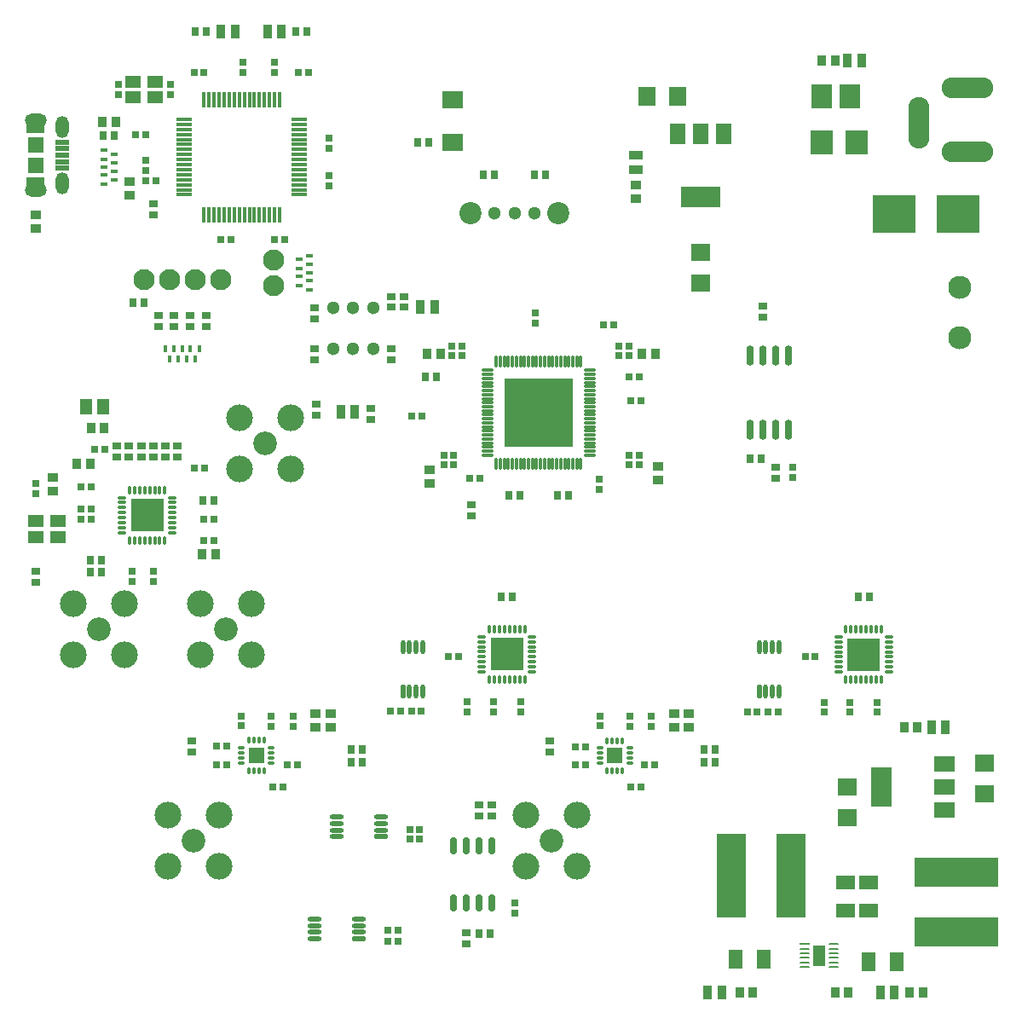
<source format=gts>
G04*
G04 #@! TF.GenerationSoftware,Altium Limited,Altium Designer,21.8.1 (53)*
G04*
G04 Layer_Color=8388736*
%FSLAX44Y44*%
%MOMM*%
G71*
G04*
G04 #@! TF.SameCoordinates,1F2B7916-87B7-47AC-9C12-1C8A47DBEFE2*
G04*
G04*
G04 #@! TF.FilePolarity,Negative*
G04*
G01*
G75*
%ADD18R,3.2000X3.2000*%
%ADD19O,1.0000X0.3500*%
%ADD20O,0.3500X1.0000*%
%ADD21R,3.2000X3.2000*%
%ADD22R,1.6000X1.6000*%
%ADD23O,0.8000X0.3000*%
%ADD24O,0.3000X0.8000*%
%ADD25R,0.7500X0.8500*%
%ADD26R,0.8500X0.7500*%
%ADD27R,1.9000X1.8000*%
%ADD28R,1.4000X0.9000*%
%ADD29R,1.0500X0.9000*%
%ADD30R,2.1000X1.7000*%
%ADD31R,0.7000X0.7000*%
%ADD32R,0.9500X1.1000*%
%ADD33R,0.9000X1.4000*%
%ADD34R,0.7000X0.7000*%
%ADD35O,1.2500X0.3000*%
%ADD36O,0.3000X1.2500*%
%ADD37R,6.8400X6.8400*%
%ADD38R,1.1000X0.9500*%
%ADD39R,1.2900X1.5700*%
%ADD40O,0.7500X1.7500*%
%ADD41R,0.9000X1.0500*%
%ADD42R,2.9000X8.3000*%
%ADD43R,8.3000X2.9000*%
%ADD44R,2.2600X2.3600*%
%ADD45R,2.0500X2.3500*%
%ADD46R,1.8000X1.9000*%
%ADD47R,3.9000X2.1000*%
%ADD48R,1.6000X2.1000*%
G04:AMPARAMS|DCode=49|XSize=0.5mm|YSize=1.4mm|CornerRadius=0.15mm|HoleSize=0mm|Usage=FLASHONLY|Rotation=270.000|XOffset=0mm|YOffset=0mm|HoleType=Round|Shape=RoundedRectangle|*
%AMROUNDEDRECTD49*
21,1,0.5000,1.1000,0,0,270.0*
21,1,0.2000,1.4000,0,0,270.0*
1,1,0.3000,-0.5500,-0.1000*
1,1,0.3000,-0.5500,0.1000*
1,1,0.3000,0.5500,0.1000*
1,1,0.3000,0.5500,-0.1000*
%
%ADD49ROUNDEDRECTD49*%
%ADD50O,1.4000X0.5000*%
%ADD51R,1.4000X1.9000*%
%ADD52R,1.9000X1.4000*%
G04:AMPARAMS|DCode=53|XSize=1.0096mm|YSize=0.1925mm|CornerRadius=0.0962mm|HoleSize=0mm|Usage=FLASHONLY|Rotation=0.000|XOffset=0mm|YOffset=0mm|HoleType=Round|Shape=RoundedRectangle|*
%AMROUNDEDRECTD53*
21,1,1.0096,0.0000,0,0,0.0*
21,1,0.8172,0.1925,0,0,0.0*
1,1,0.1925,0.4086,0.0000*
1,1,0.1925,-0.4086,0.0000*
1,1,0.1925,-0.4086,0.0000*
1,1,0.1925,0.4086,0.0000*
%
%ADD53ROUNDEDRECTD53*%
%ADD54R,1.0096X0.1925*%
%ADD55R,1.3100X2.1200*%
%ADD56R,2.1000X1.6000*%
%ADD57R,2.1000X3.9000*%
%ADD58O,0.5000X1.4000*%
G04:AMPARAMS|DCode=59|XSize=0.5mm|YSize=1.4mm|CornerRadius=0.15mm|HoleSize=0mm|Usage=FLASHONLY|Rotation=180.000|XOffset=0mm|YOffset=0mm|HoleType=Round|Shape=RoundedRectangle|*
%AMROUNDEDRECTD59*
21,1,0.5000,1.1000,0,0,180.0*
21,1,0.2000,1.4000,0,0,180.0*
1,1,0.3000,-0.1000,0.5500*
1,1,0.3000,0.1000,0.5500*
1,1,0.3000,0.1000,-0.5500*
1,1,0.3000,-0.1000,-0.5500*
%
%ADD59ROUNDEDRECTD59*%
%ADD60R,1.5000X1.2500*%
%ADD61R,1.4500X0.5000*%
%ADD62R,1.6500X1.6000*%
%ADD63R,0.8000X0.3000*%
%ADD64R,0.3000X0.8000*%
%ADD65O,0.4000X1.5500*%
%ADD66O,1.5500X0.4000*%
%ADD67R,1.5500X0.4000*%
%ADD68O,0.7500X2.0000*%
%ADD69R,4.2418X3.8100*%
%ADD70O,2.2000X1.3000*%
%ADD71O,1.3000X2.2000*%
%ADD72C,2.6500*%
%ADD73C,2.3500*%
%ADD74C,1.3000*%
%ADD75C,2.2000*%
%ADD76C,2.1000*%
%ADD77O,5.1000X2.1000*%
%ADD78O,2.1000X5.1000*%
%ADD79C,2.3000*%
%ADD80C,0.7000*%
G36*
X30245Y817909D02*
X30225Y817648D01*
X30191Y817388D01*
X30143Y817131D01*
X30082Y816876D01*
X30008Y816625D01*
X29920Y816379D01*
X29820Y816137D01*
X29707Y815900D01*
X29583Y815670D01*
X29446Y815447D01*
X29297Y815231D01*
X29138Y815024D01*
X28968Y814825D01*
X28788Y814635D01*
X28598Y814455D01*
X28399Y814285D01*
X28191Y814125D01*
X27975Y813977D01*
X27752Y813840D01*
X27522Y813715D01*
X27286Y813603D01*
X27044Y813503D01*
X26797Y813415D01*
X26546Y813341D01*
X26292Y813280D01*
X26035Y813232D01*
X25775Y813198D01*
X25514Y813177D01*
X25252Y813170D01*
X17752D01*
X17491Y813177D01*
X17230Y813198D01*
X16970Y813232D01*
X16713Y813280D01*
X16458Y813341D01*
X16207Y813415D01*
X15961Y813503D01*
X15719Y813603D01*
X15482Y813715D01*
X15252Y813840D01*
X15029Y813977D01*
X14813Y814125D01*
X14606Y814285D01*
X14407Y814455D01*
X14217Y814635D01*
X14037Y814825D01*
X13867Y815024D01*
X13707Y815231D01*
X13559Y815447D01*
X13422Y815670D01*
X13297Y815900D01*
X13185Y816137D01*
X13084Y816379D01*
X12997Y816625D01*
X12923Y816876D01*
X12862Y817131D01*
X12814Y817388D01*
X12780Y817648D01*
X12759Y817909D01*
X12752Y818170D01*
Y832170D01*
X30252D01*
Y818170D01*
X30245Y817909D01*
D02*
G37*
G36*
X12752Y876170D02*
Y890170D01*
X12759Y890432D01*
X12780Y890693D01*
X12814Y890953D01*
X12862Y891210D01*
X12923Y891464D01*
X12997Y891715D01*
X13084Y891962D01*
X13185Y892204D01*
X13297Y892440D01*
X13422Y892670D01*
X13559Y892894D01*
X13707Y893109D01*
X13867Y893317D01*
X14037Y893516D01*
X14217Y893706D01*
X14407Y893886D01*
X14606Y894056D01*
X14813Y894215D01*
X15029Y894364D01*
X15252Y894501D01*
X15482Y894625D01*
X15719Y894738D01*
X15961Y894838D01*
X16207Y894926D01*
X16458Y895000D01*
X16713Y895061D01*
X16970Y895109D01*
X17230Y895143D01*
X17491Y895163D01*
X17752Y895170D01*
X25252D01*
X25514Y895163D01*
X25775Y895143D01*
X26035Y895109D01*
X26292Y895061D01*
X26546Y895000D01*
X26797Y894926D01*
X27044Y894838D01*
X27286Y894738D01*
X27522Y894625D01*
X27752Y894501D01*
X27975Y894364D01*
X28191Y894215D01*
X28399Y894056D01*
X28598Y893886D01*
X28788Y893706D01*
X28968Y893516D01*
X29138Y893317D01*
X29297Y893109D01*
X29446Y892894D01*
X29583Y892670D01*
X29707Y892440D01*
X29820Y892204D01*
X29920Y891962D01*
X30008Y891715D01*
X30082Y891464D01*
X30143Y891210D01*
X30191Y890953D01*
X30225Y890693D01*
X30245Y890432D01*
X30252Y890170D01*
Y876170D01*
X12752D01*
D02*
G37*
D18*
X844111Y358527D02*
D03*
X489993Y358646D02*
D03*
D19*
X157462Y514328D02*
D03*
Y509328D02*
D03*
Y504328D02*
D03*
Y499328D02*
D03*
Y494328D02*
D03*
Y489328D02*
D03*
Y484328D02*
D03*
Y479328D02*
D03*
X107562Y514328D02*
D03*
Y509328D02*
D03*
Y504328D02*
D03*
Y499328D02*
D03*
Y494328D02*
D03*
Y489328D02*
D03*
Y484328D02*
D03*
Y479328D02*
D03*
X465043Y376146D02*
D03*
Y371146D02*
D03*
Y366146D02*
D03*
Y361146D02*
D03*
Y356146D02*
D03*
Y351146D02*
D03*
Y346146D02*
D03*
Y341146D02*
D03*
X514943D02*
D03*
Y346146D02*
D03*
Y351146D02*
D03*
Y356146D02*
D03*
Y361146D02*
D03*
Y366146D02*
D03*
Y371146D02*
D03*
Y376146D02*
D03*
X819161Y376027D02*
D03*
Y371027D02*
D03*
Y366027D02*
D03*
Y361027D02*
D03*
Y356027D02*
D03*
Y351027D02*
D03*
Y346027D02*
D03*
Y341027D02*
D03*
X869061D02*
D03*
Y346027D02*
D03*
Y351027D02*
D03*
Y356027D02*
D03*
Y361027D02*
D03*
Y366027D02*
D03*
Y371027D02*
D03*
Y376027D02*
D03*
D20*
X150012Y521778D02*
D03*
X145012D02*
D03*
X140012D02*
D03*
X135012D02*
D03*
X130012D02*
D03*
X125012D02*
D03*
X120012D02*
D03*
X115012D02*
D03*
Y471878D02*
D03*
X120012D02*
D03*
X125012D02*
D03*
X130012D02*
D03*
X135012D02*
D03*
X140012D02*
D03*
X145012D02*
D03*
X150012D02*
D03*
X472493Y383596D02*
D03*
X477493D02*
D03*
X482493D02*
D03*
X487493D02*
D03*
X492493D02*
D03*
X497493D02*
D03*
X502493D02*
D03*
X507493D02*
D03*
X472493Y333696D02*
D03*
X477493D02*
D03*
X482493D02*
D03*
X487493D02*
D03*
X492493D02*
D03*
X497493D02*
D03*
X502493D02*
D03*
X507493D02*
D03*
X826611Y383477D02*
D03*
X831611D02*
D03*
X836611D02*
D03*
X841611D02*
D03*
X846611D02*
D03*
X851611D02*
D03*
X856611D02*
D03*
X861611D02*
D03*
X826611Y333577D02*
D03*
X831611D02*
D03*
X836611D02*
D03*
X841611D02*
D03*
X846611D02*
D03*
X851611D02*
D03*
X856611D02*
D03*
X861611D02*
D03*
D21*
X132512Y496828D02*
D03*
D22*
X240874Y258067D02*
D03*
X597013Y257948D02*
D03*
D23*
X225874Y250567D02*
D03*
Y255567D02*
D03*
Y260567D02*
D03*
Y265567D02*
D03*
X255874D02*
D03*
Y260567D02*
D03*
Y255567D02*
D03*
Y250567D02*
D03*
X582013Y250448D02*
D03*
Y255448D02*
D03*
Y260448D02*
D03*
Y265448D02*
D03*
X612013D02*
D03*
Y260448D02*
D03*
Y255448D02*
D03*
Y250448D02*
D03*
D24*
X233374Y273067D02*
D03*
X238374D02*
D03*
X243374D02*
D03*
X248374D02*
D03*
Y243067D02*
D03*
X243374D02*
D03*
X238374D02*
D03*
X233374D02*
D03*
X589513Y272948D02*
D03*
X594513D02*
D03*
X599513D02*
D03*
X604513D02*
D03*
Y242948D02*
D03*
X599513D02*
D03*
X594513D02*
D03*
X589513D02*
D03*
D25*
X187931Y511743D02*
D03*
X86741Y452191D02*
D03*
Y440197D02*
D03*
X477289Y834561D02*
D03*
X466289D02*
D03*
X528539D02*
D03*
X517539D02*
D03*
X412500Y867250D02*
D03*
X401500D02*
D03*
X409110Y634250D02*
D03*
X420110D02*
D03*
X335109Y264326D02*
D03*
X346109D02*
D03*
X335109Y251827D02*
D03*
X346109D02*
D03*
X473500Y81250D02*
D03*
X462500D02*
D03*
X685398Y264196D02*
D03*
X696398D02*
D03*
X685398Y251697D02*
D03*
X696398D02*
D03*
X491750Y516149D02*
D03*
X502750D02*
D03*
X75741Y452191D02*
D03*
Y440197D02*
D03*
X198931Y511743D02*
D03*
X539736Y516149D02*
D03*
X550736D02*
D03*
X100142Y874000D02*
D03*
X89143D02*
D03*
X129385Y707533D02*
D03*
X118385D02*
D03*
X280517Y976984D02*
D03*
X291517D02*
D03*
X191278D02*
D03*
X180278D02*
D03*
X838616Y415423D02*
D03*
X849616D02*
D03*
X742586Y552662D02*
D03*
X731586D02*
D03*
X484462Y415423D02*
D03*
X495462D02*
D03*
D26*
X162511Y554609D02*
D03*
X150511D02*
D03*
X138511Y554609D02*
D03*
X126511Y554609D02*
D03*
X114511D02*
D03*
X102511D02*
D03*
X138699Y806255D02*
D03*
Y795255D02*
D03*
X387266Y714153D02*
D03*
Y703153D02*
D03*
X354500Y591900D02*
D03*
Y602900D02*
D03*
X300750Y606896D02*
D03*
Y595896D02*
D03*
X176454Y261317D02*
D03*
Y272317D02*
D03*
X449751Y70762D02*
D03*
Y81762D02*
D03*
X462451Y209262D02*
D03*
Y198262D02*
D03*
X475151Y209262D02*
D03*
Y198262D02*
D03*
X532593Y261198D02*
D03*
Y272198D02*
D03*
X375260Y703153D02*
D03*
Y714153D02*
D03*
X298382Y692102D02*
D03*
Y703102D02*
D03*
X21731Y441397D02*
D03*
Y430397D02*
D03*
X138511Y565609D02*
D03*
X126511Y565609D02*
D03*
X162511D02*
D03*
X150511D02*
D03*
X114511D02*
D03*
X102511D02*
D03*
X454687Y496331D02*
D03*
Y507331D02*
D03*
X143410Y683775D02*
D03*
Y694775D02*
D03*
X159410Y683775D02*
D03*
Y694775D02*
D03*
X175410Y683775D02*
D03*
Y694775D02*
D03*
X191409Y683775D02*
D03*
Y694775D02*
D03*
X756850Y544043D02*
D03*
Y533043D02*
D03*
X298382Y662473D02*
D03*
Y651472D02*
D03*
X375325Y651403D02*
D03*
Y662402D02*
D03*
X744150Y704000D02*
D03*
Y693000D02*
D03*
D27*
X682250Y758090D02*
D03*
Y727590D02*
D03*
X964000Y220500D02*
D03*
Y251000D02*
D03*
X827495Y226790D02*
D03*
Y196290D02*
D03*
D28*
X618226Y854250D02*
D03*
Y840250D02*
D03*
D29*
Y824250D02*
D03*
Y811250D02*
D03*
X670844Y286381D02*
D03*
Y299381D02*
D03*
X655680D02*
D03*
Y286381D02*
D03*
X299541Y299500D02*
D03*
Y286500D02*
D03*
X314481D02*
D03*
Y299500D02*
D03*
D30*
X435500Y867250D02*
D03*
Y909250D02*
D03*
D31*
X179077Y936620D02*
D03*
X189077D02*
D03*
X130933Y829170D02*
D03*
X140933D02*
D03*
X395207Y595150D02*
D03*
X405207D02*
D03*
X613013Y226757D02*
D03*
X623013D02*
D03*
X381862Y84562D02*
D03*
X371862D02*
D03*
X381862Y74062D02*
D03*
X371862D02*
D03*
X394936Y301924D02*
D03*
X404936D02*
D03*
X384403D02*
D03*
X374403D02*
D03*
X393268Y184524D02*
D03*
X403268D02*
D03*
X393283Y175454D02*
D03*
X403283D02*
D03*
X453035Y533618D02*
D03*
X463035D02*
D03*
X66936Y524826D02*
D03*
X76936D02*
D03*
X76982Y492799D02*
D03*
X66982D02*
D03*
X66936Y503327D02*
D03*
X76936D02*
D03*
X80416Y561784D02*
D03*
X90416D02*
D03*
X179217Y543489D02*
D03*
X189217D02*
D03*
X198430Y492799D02*
D03*
X188430D02*
D03*
Y471562D02*
D03*
X198430D02*
D03*
X612953Y610270D02*
D03*
X622953D02*
D03*
X215485Y770878D02*
D03*
X205485D02*
D03*
X259002D02*
D03*
X269002D02*
D03*
X130934Y874921D02*
D03*
X120934D02*
D03*
X282727Y936620D02*
D03*
X292727D02*
D03*
X267000Y226750D02*
D03*
X257000D02*
D03*
X796154Y356027D02*
D03*
X786154D02*
D03*
X749054Y301805D02*
D03*
X759054D02*
D03*
X738521D02*
D03*
X728521D02*
D03*
X557843Y267069D02*
D03*
X567843D02*
D03*
X557843Y248757D02*
D03*
X567843D02*
D03*
X636250Y249000D02*
D03*
X626250D02*
D03*
X442036Y356146D02*
D03*
X432036D02*
D03*
X211704Y267188D02*
D03*
X201704D02*
D03*
X211704Y248876D02*
D03*
X201704D02*
D03*
X271920D02*
D03*
X281920D02*
D03*
X595897Y685896D02*
D03*
X585897D02*
D03*
X621288Y634080D02*
D03*
X611288D02*
D03*
D32*
X101549Y887540D02*
D03*
X88049D02*
D03*
X424110Y656902D02*
D03*
X410610D02*
D03*
X75686Y547695D02*
D03*
X62186D02*
D03*
X90012Y583502D02*
D03*
X76512D02*
D03*
X186681Y457697D02*
D03*
X200181D02*
D03*
X623770Y656880D02*
D03*
X637270D02*
D03*
D33*
X417919Y703239D02*
D03*
X403919D02*
D03*
X324948Y599343D02*
D03*
X338948D02*
D03*
X925599Y285750D02*
D03*
X911599D02*
D03*
X689398Y22740D02*
D03*
X703398D02*
D03*
X860737Y22971D02*
D03*
X874737D02*
D03*
X842150Y947900D02*
D03*
X828150D02*
D03*
X266022Y976984D02*
D03*
X252022D02*
D03*
X205778D02*
D03*
X219778D02*
D03*
D34*
X445496Y654902D02*
D03*
Y664902D02*
D03*
X225874Y297567D02*
D03*
Y287567D02*
D03*
X497493Y111760D02*
D03*
Y101760D02*
D03*
X582013Y287448D02*
D03*
Y297448D02*
D03*
X21638Y518028D02*
D03*
Y528028D02*
D03*
X437036Y546590D02*
D03*
Y556590D02*
D03*
X427155Y556590D02*
D03*
Y546590D02*
D03*
X138351Y430947D02*
D03*
Y440947D02*
D03*
X117610Y430947D02*
D03*
Y440947D02*
D03*
X130933Y849170D02*
D03*
Y839170D02*
D03*
X103673Y924564D02*
D03*
Y914564D02*
D03*
X155557Y924564D02*
D03*
Y914564D02*
D03*
X227587Y936620D02*
D03*
Y946620D02*
D03*
X313502Y823920D02*
D03*
Y833920D02*
D03*
X313502Y860806D02*
D03*
Y870806D02*
D03*
X259007Y946620D02*
D03*
Y936620D02*
D03*
X857366Y311059D02*
D03*
Y301059D02*
D03*
X830766Y311059D02*
D03*
Y301059D02*
D03*
X804789Y311059D02*
D03*
Y301059D02*
D03*
X633430Y297131D02*
D03*
Y287131D02*
D03*
X612013Y297287D02*
D03*
Y287287D02*
D03*
X503248Y311178D02*
D03*
Y301178D02*
D03*
X476648Y311178D02*
D03*
Y301178D02*
D03*
X450671Y311178D02*
D03*
Y301178D02*
D03*
X255874Y287406D02*
D03*
Y297406D02*
D03*
X277291Y297250D02*
D03*
Y287250D02*
D03*
X611470Y664902D02*
D03*
Y654902D02*
D03*
X601420D02*
D03*
Y664902D02*
D03*
X773500Y544293D02*
D03*
Y534293D02*
D03*
X517916Y687700D02*
D03*
Y697700D02*
D03*
X581170Y532473D02*
D03*
Y522473D02*
D03*
X621470Y546590D02*
D03*
Y556590D02*
D03*
X611470Y546590D02*
D03*
Y556590D02*
D03*
X435231Y654902D02*
D03*
Y664902D02*
D03*
D35*
X470245Y640500D02*
D03*
Y636500D02*
D03*
Y632500D02*
D03*
Y628500D02*
D03*
Y624500D02*
D03*
Y620500D02*
D03*
Y616500D02*
D03*
Y612500D02*
D03*
Y608500D02*
D03*
Y604500D02*
D03*
Y600500D02*
D03*
Y596500D02*
D03*
Y592500D02*
D03*
Y588500D02*
D03*
Y584500D02*
D03*
Y580500D02*
D03*
Y576500D02*
D03*
Y572500D02*
D03*
Y568500D02*
D03*
Y564500D02*
D03*
Y560500D02*
D03*
Y556500D02*
D03*
X572245D02*
D03*
Y560500D02*
D03*
Y564500D02*
D03*
Y568500D02*
D03*
Y572500D02*
D03*
Y576500D02*
D03*
Y580500D02*
D03*
Y584500D02*
D03*
Y588500D02*
D03*
Y592500D02*
D03*
Y596500D02*
D03*
Y600500D02*
D03*
Y604500D02*
D03*
Y608500D02*
D03*
Y612500D02*
D03*
Y616500D02*
D03*
Y620500D02*
D03*
Y624500D02*
D03*
Y628500D02*
D03*
Y632500D02*
D03*
Y636500D02*
D03*
Y640500D02*
D03*
D36*
X479245Y547500D02*
D03*
X483245D02*
D03*
X487245D02*
D03*
X491245D02*
D03*
X495245D02*
D03*
X499245D02*
D03*
X503245D02*
D03*
X507245D02*
D03*
X511245D02*
D03*
X515245D02*
D03*
X519245D02*
D03*
X523245D02*
D03*
X527245D02*
D03*
X531245D02*
D03*
X551245D02*
D03*
X555245D02*
D03*
X559245D02*
D03*
X563245D02*
D03*
Y649500D02*
D03*
X559245D02*
D03*
X555245D02*
D03*
X551245D02*
D03*
X547245D02*
D03*
X543245D02*
D03*
X539245D02*
D03*
X535245D02*
D03*
X531245D02*
D03*
X527245D02*
D03*
X523245D02*
D03*
X519245D02*
D03*
X515245D02*
D03*
X511245D02*
D03*
X507245D02*
D03*
X503245D02*
D03*
X499245D02*
D03*
X495245D02*
D03*
X491245D02*
D03*
X487245D02*
D03*
X483245D02*
D03*
X479245D02*
D03*
X547245Y547500D02*
D03*
X543245D02*
D03*
X539245D02*
D03*
X535245D02*
D03*
D37*
X521245Y598500D02*
D03*
D38*
X412901Y541496D02*
D03*
Y527996D02*
D03*
X38426Y534070D02*
D03*
Y520570D02*
D03*
X21527Y781501D02*
D03*
Y795001D02*
D03*
X115227Y827688D02*
D03*
Y814188D02*
D03*
X640070Y531684D02*
D03*
Y545184D02*
D03*
D39*
X88966Y604500D02*
D03*
X71866D02*
D03*
D40*
X437051Y111762D02*
D03*
X449751D02*
D03*
X462451D02*
D03*
X475151D02*
D03*
X437051Y168262D02*
D03*
X449751D02*
D03*
X462451D02*
D03*
X475151D02*
D03*
D41*
X897543Y285746D02*
D03*
X884543D02*
D03*
X733950Y22740D02*
D03*
X720950D02*
D03*
X889875D02*
D03*
X902875D02*
D03*
X815650Y947900D02*
D03*
X802650D02*
D03*
X828875Y22493D02*
D03*
X815875D02*
D03*
D42*
X772000Y138500D02*
D03*
X713000D02*
D03*
D43*
X936061Y142095D02*
D03*
Y83095D02*
D03*
D44*
X837152Y866598D02*
D03*
X802652D02*
D03*
D45*
X802650Y912950D02*
D03*
X830150D02*
D03*
D46*
X659090Y912950D02*
D03*
X628590D02*
D03*
D47*
X682250Y812750D02*
D03*
D48*
Y875750D02*
D03*
X659250D02*
D03*
X705250D02*
D03*
D49*
X364559Y177469D02*
D03*
X343138Y76077D02*
D03*
D50*
X364559Y183969D02*
D03*
Y190469D02*
D03*
Y196969D02*
D03*
X320559Y177469D02*
D03*
Y183969D02*
D03*
Y190469D02*
D03*
Y196969D02*
D03*
X343138Y82577D02*
D03*
Y89077D02*
D03*
Y95577D02*
D03*
X299138Y76077D02*
D03*
Y82577D02*
D03*
Y89077D02*
D03*
Y95577D02*
D03*
D51*
X876817Y53721D02*
D03*
X848818D02*
D03*
X716947Y55709D02*
D03*
X744948D02*
D03*
D52*
X849016Y131907D02*
D03*
Y103907D02*
D03*
X825995Y131907D02*
D03*
Y103907D02*
D03*
D53*
X814176Y70875D02*
D03*
Y66375D02*
D03*
Y61875D02*
D03*
Y57375D02*
D03*
Y52875D02*
D03*
Y48375D02*
D03*
X785151D02*
D03*
Y52875D02*
D03*
Y57375D02*
D03*
Y61875D02*
D03*
Y66375D02*
D03*
D54*
Y70875D02*
D03*
D55*
X799663Y59625D02*
D03*
D56*
X924750Y203790D02*
D03*
Y249790D02*
D03*
Y226790D02*
D03*
D57*
X861750D02*
D03*
D58*
X405921Y365899D02*
D03*
X399421D02*
D03*
X392921D02*
D03*
X386421D02*
D03*
X405921Y321899D02*
D03*
X399421D02*
D03*
X392921D02*
D03*
X760039Y365780D02*
D03*
X753539D02*
D03*
X747039D02*
D03*
X740539D02*
D03*
X760039Y321780D02*
D03*
X753539D02*
D03*
X747039D02*
D03*
D59*
X386421Y321899D02*
D03*
X740539Y321780D02*
D03*
D60*
X21729Y491079D02*
D03*
X43729D02*
D03*
Y475079D02*
D03*
X21729D02*
D03*
X140601Y911473D02*
D03*
X118601D02*
D03*
Y927473D02*
D03*
X140601D02*
D03*
D61*
X48502Y867170D02*
D03*
Y860670D02*
D03*
Y854170D02*
D03*
Y847670D02*
D03*
Y841170D02*
D03*
D62*
X21502Y864170D02*
D03*
Y844170D02*
D03*
D63*
X99727Y855421D02*
D03*
Y846421D02*
D03*
Y838421D02*
D03*
Y829421D02*
D03*
X89727Y825421D02*
D03*
Y834421D02*
D03*
Y850421D02*
D03*
Y859421D02*
D03*
Y842421D02*
D03*
X283425Y724686D02*
D03*
Y733686D02*
D03*
Y741686D02*
D03*
Y750686D02*
D03*
X293425Y754686D02*
D03*
Y745686D02*
D03*
Y729686D02*
D03*
Y720686D02*
D03*
Y737686D02*
D03*
D64*
X180409Y652155D02*
D03*
X171409D02*
D03*
X163409D02*
D03*
X154409D02*
D03*
X150409Y662155D02*
D03*
X159409D02*
D03*
X175409D02*
D03*
X184409D02*
D03*
X167409D02*
D03*
D65*
X189002Y909670D02*
D03*
X194002D02*
D03*
X199002D02*
D03*
X204002D02*
D03*
X209002D02*
D03*
X214002D02*
D03*
X219002D02*
D03*
X224002D02*
D03*
X229002D02*
D03*
X234002D02*
D03*
X239002D02*
D03*
X244002D02*
D03*
X249002D02*
D03*
X254002D02*
D03*
X259002D02*
D03*
X264002D02*
D03*
Y795170D02*
D03*
X259002D02*
D03*
X254002D02*
D03*
X249002D02*
D03*
X244002D02*
D03*
X239002D02*
D03*
X234002D02*
D03*
X229002D02*
D03*
X224002D02*
D03*
X219002D02*
D03*
X214002D02*
D03*
X209002D02*
D03*
X204002D02*
D03*
X199002D02*
D03*
X194002D02*
D03*
X189002D02*
D03*
D66*
X283752Y889920D02*
D03*
Y884920D02*
D03*
Y879920D02*
D03*
Y874920D02*
D03*
Y869920D02*
D03*
Y864920D02*
D03*
Y859920D02*
D03*
Y854920D02*
D03*
Y849920D02*
D03*
Y844920D02*
D03*
Y839920D02*
D03*
Y834920D02*
D03*
Y829920D02*
D03*
Y824920D02*
D03*
Y819920D02*
D03*
Y814920D02*
D03*
X169252D02*
D03*
Y819920D02*
D03*
Y824920D02*
D03*
Y829920D02*
D03*
Y834920D02*
D03*
Y839920D02*
D03*
Y844920D02*
D03*
Y849920D02*
D03*
Y854920D02*
D03*
Y859920D02*
D03*
Y864920D02*
D03*
Y869920D02*
D03*
Y874920D02*
D03*
Y879920D02*
D03*
Y884920D02*
D03*
D67*
Y889920D02*
D03*
D68*
X769550Y655000D02*
D03*
X756850D02*
D03*
X744150D02*
D03*
X731450D02*
D03*
X769550Y582000D02*
D03*
X756850D02*
D03*
X744150D02*
D03*
X731450D02*
D03*
D69*
X937877Y796000D02*
D03*
X874123D02*
D03*
D70*
X21502Y889170D02*
D03*
Y819170D02*
D03*
D71*
X48502Y826070D02*
D03*
Y882270D02*
D03*
D72*
X559910Y147785D02*
D03*
X509110D02*
D03*
Y198585D02*
D03*
X559910D02*
D03*
X203770Y198700D02*
D03*
Y147900D02*
D03*
X152970D02*
D03*
Y198700D02*
D03*
X109515Y408622D02*
D03*
Y357822D02*
D03*
X58715D02*
D03*
Y408622D02*
D03*
X236315D02*
D03*
Y357822D02*
D03*
X185515D02*
D03*
Y408622D02*
D03*
X274821Y593900D02*
D03*
Y543100D02*
D03*
X224021D02*
D03*
Y593900D02*
D03*
D73*
X534510Y173185D02*
D03*
X178370Y173300D02*
D03*
X84115Y383222D02*
D03*
X210915D02*
D03*
X249421Y568500D02*
D03*
D74*
X497539Y796811D02*
D03*
X477539D02*
D03*
X517539D02*
D03*
X317225Y703098D02*
D03*
X337225D02*
D03*
X357225D02*
D03*
Y662468D02*
D03*
X337225D02*
D03*
X317225D02*
D03*
D75*
X541039Y796811D02*
D03*
X454039D02*
D03*
D76*
X154817Y730832D02*
D03*
X129417D02*
D03*
X205617D02*
D03*
X180217D02*
D03*
X257925Y725086D02*
D03*
Y750486D02*
D03*
D77*
X947328Y858039D02*
D03*
Y921039D02*
D03*
D78*
X899329Y886039D02*
D03*
D79*
X939750Y673250D02*
D03*
Y723250D02*
D03*
D80*
X143512Y485828D02*
D03*
X132512D02*
D03*
X121512D02*
D03*
X143512Y496828D02*
D03*
X132512D02*
D03*
X121512D02*
D03*
X143512Y507828D02*
D03*
X132512D02*
D03*
X121512D02*
D03*
X240874Y258067D02*
D03*
X597013Y257948D02*
D03*
X500993Y369646D02*
D03*
Y358646D02*
D03*
Y347646D02*
D03*
X489993Y369646D02*
D03*
Y358646D02*
D03*
Y347646D02*
D03*
X478993Y369646D02*
D03*
Y358646D02*
D03*
Y347646D02*
D03*
X855111Y369527D02*
D03*
Y358527D02*
D03*
Y347527D02*
D03*
X844111Y369527D02*
D03*
Y358527D02*
D03*
Y347527D02*
D03*
X833111Y369527D02*
D03*
Y358527D02*
D03*
Y347527D02*
D03*
X493745Y626000D02*
D03*
X504745D02*
D03*
X515745D02*
D03*
X526745D02*
D03*
X537745D02*
D03*
X548745D02*
D03*
X493745Y615000D02*
D03*
X504745D02*
D03*
X515745D02*
D03*
X526745D02*
D03*
X537745D02*
D03*
X548745D02*
D03*
X493745Y604000D02*
D03*
X504745D02*
D03*
X515745D02*
D03*
X526745D02*
D03*
X537745D02*
D03*
X548745D02*
D03*
X493745Y593000D02*
D03*
X504745D02*
D03*
X515745D02*
D03*
X526745D02*
D03*
X537745D02*
D03*
X548745D02*
D03*
X493745Y582000D02*
D03*
X504745D02*
D03*
X515745D02*
D03*
X526745D02*
D03*
X537745D02*
D03*
X548745D02*
D03*
X493745Y571000D02*
D03*
X504745D02*
D03*
X515745D02*
D03*
X526745D02*
D03*
X537745D02*
D03*
X548745D02*
D03*
M02*

</source>
